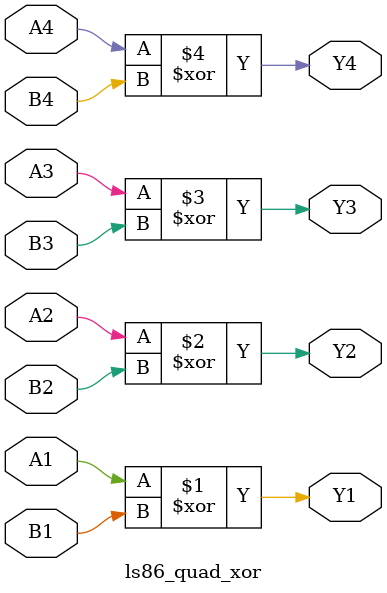
<source format=v>
module ls86_quad_xor (
    input  wire A1, B1,  // Gate 1 inputs
    input  wire A2, B2,  // Gate 2 inputs
    input  wire A3, B3,  // Gate 3 inputs
    input  wire A4, B4,  // Gate 4 inputs
    output wire Y1,      // Gate 1 output
    output wire Y2,      // Gate 2 output
    output wire Y3,      // Gate 3 output
    output wire Y4       // Gate 4 output
);

    // Four independent 2-input XOR gates
    assign Y1 = A1 ^ B1;
    assign Y2 = A2 ^ B2;
    assign Y3 = A3 ^ B3;
    assign Y4 = A4 ^ B4;

endmodule
</source>
